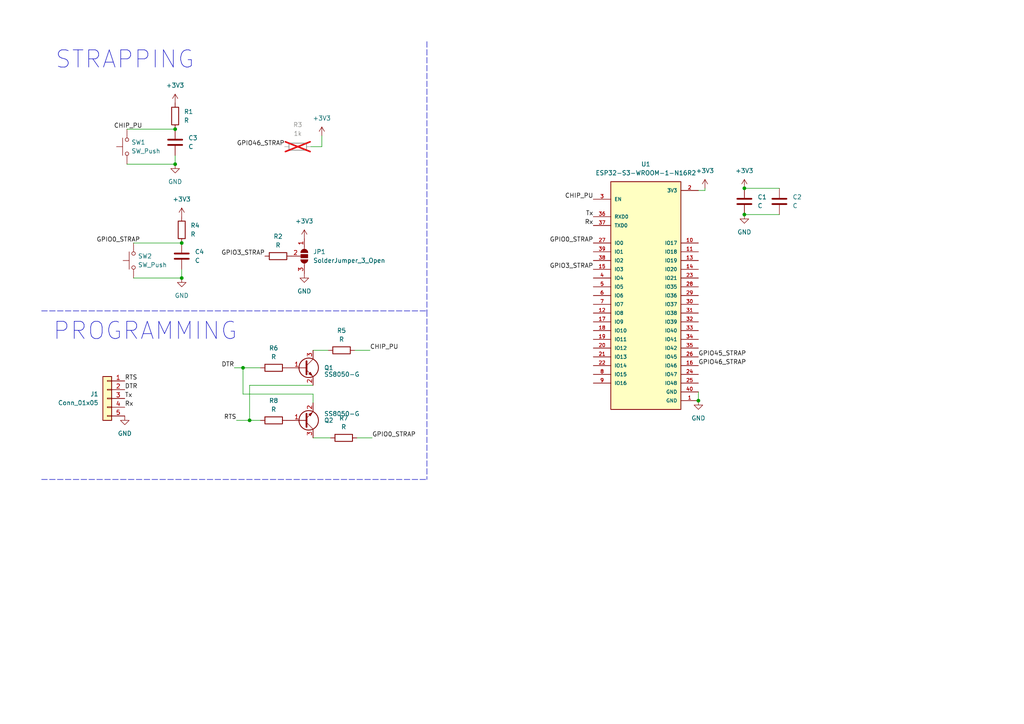
<source format=kicad_sch>
(kicad_sch (version 20230121) (generator eeschema)
  (paper "A4")
  (lib_symbols
    (symbol "Connector_Generic:Conn_01x05" (pin_names (offset 1.016) hide)
      (property "Reference" "J" (at 0 7.62 0))
      (property "Value" "Conn_01x05" (at 0 -7.62 0))
      (symbol "Conn_01x05_1_1"
        (rectangle (start -1.27 -4.953) (end 0 -5.207) (stroke (width 0.1524)))
        (rectangle (start -1.27 -2.413) (end 0 -2.667) (stroke (width 0.1524)))
        (rectangle (start -1.27 0.127) (end 0 -0.127) (stroke (width 0.1524)))
        (rectangle (start -1.27 2.667) (end 0 2.413) (stroke (width 0.1524)))
        (rectangle (start -1.27 5.207) (end 0 4.953) (stroke (width 0.1524)))
        (rectangle (start -1.27 6.35) (end 1.27 -6.35) (stroke (width 0.254)) (fill (type background)))
        (pin passive line (at -5.08 5.08 0) (length 3.81) (name "Pin_1") (number "1"))
        (pin passive line (at -5.08 2.54 0) (length 3.81) (name "Pin_2") (number "2"))
        (pin passive line (at -5.08 0 0) (length 3.81) (name "Pin_3") (number "3"))
        (pin passive line (at -5.08 -2.54 0) (length 3.81) (name "Pin_4") (number "4"))
        (pin passive line (at -5.08 -5.08 0) (length 3.81) (name "Pin_5") (number "5"))
      )
    )
    (symbol "Device:C" (pin_numbers hide) (pin_names (offset 0.254))
      (property "Reference" "C" (at 0.635 2.54 0))
      (property "Value" "C" (at 0.635 -2.54 0))
      (symbol "C_0_1"
        (polyline (pts (xy -2.032 -0.762) (xy 2.032 -0.762)) (stroke (width 0.508)))
        (polyline (pts (xy -2.032 0.762) (xy 2.032 0.762)) (stroke (width 0.508)))
      )
      (symbol "C_1_1"
        (pin passive line (at 0 3.81 270) (length 2.794) (name "~") (number "1"))
        (pin passive line (at 0 -3.81 90) (length 2.794) (name "~") (number "2"))
      )
    )
    (symbol "Device:R" (pin_numbers hide) (pin_names (offset 0))
      (property "Reference" "R" (at 2.032 0 90))
      (property "Value" "R" (at 0 0 90))
      (symbol "R_0_1"
        (rectangle (start -1.016 -2.54) (end 1.016 2.54) (stroke (width 0.254)))
      )
      (symbol "R_1_1"
        (pin passive line (at 0 3.81 270) (length 1.27) (name "~") (number "1"))
        (pin passive line (at 0 -3.81 90) (length 1.27) (name "~") (number "2"))
      )
    )
    (symbol "JargonJolt:ESP32-S3-WROOM-1-N16R2" (pin_names (offset 1.016))
      (property "Reference" "U" (at -10.16 34.1122 0))
      (property "Value" "ESP32-S3-WROOM-1-N16R2" (at -10.16 -35.56 0))
      (symbol "ESP32-S3-WROOM-1-N16R2_0_0"
        (rectangle (start -10.16 -33.02) (end 10.16 33.02) (stroke (width 0.254)) (fill (type background)))
        (pin power_in line (at 15.24 -30.48 180) (length 5.08) (name "GND") (number "1"))
        (pin bidirectional line (at 15.24 15.24 180) (length 5.08) (name "IO17") (number "10"))
        (pin bidirectional line (at 15.24 12.7 180) (length 5.08) (name "IO18") (number "11"))
        (pin bidirectional line (at -15.24 -5.08 0) (length 5.08) (name "IO8") (number "12"))
        (pin bidirectional line (at 15.24 10.16 180) (length 5.08) (name "IO19") (number "13"))
        (pin bidirectional line (at 15.24 7.62 180) (length 5.08) (name "IO20") (number "14"))
        (pin bidirectional line (at -15.24 7.62 0) (length 5.08) (name "IO3") (number "15"))
        (pin bidirectional line (at 15.24 -20.32 180) (length 5.08) (name "IO46") (number "16"))
        (pin bidirectional line (at -15.24 -7.62 0) (length 5.08) (name "IO9") (number "17"))
        (pin bidirectional line (at -15.24 -10.16 0) (length 5.08) (name "IO10") (number "18"))
        (pin bidirectional line (at -15.24 -12.7 0) (length 5.08) (name "IO11") (number "19"))
        (pin power_in line (at 15.24 30.48 180) (length 5.08) (name "3V3") (number "2"))
        (pin bidirectional line (at -15.24 -15.24 0) (length 5.08) (name "IO12") (number "20"))
        (pin bidirectional line (at -15.24 -17.78 0) (length 5.08) (name "IO13") (number "21"))
        (pin bidirectional line (at -15.24 -20.32 0) (length 5.08) (name "IO14") (number "22"))
        (pin bidirectional line (at 15.24 5.08 180) (length 5.08) (name "IO21") (number "23"))
        (pin bidirectional line (at 15.24 -22.86 180) (length 5.08) (name "IO47") (number "24"))
        (pin bidirectional line (at 15.24 -25.4 180) (length 5.08) (name "IO48") (number "25"))
        (pin bidirectional line (at 15.24 -17.78 180) (length 5.08) (name "IO45") (number "26"))
        (pin bidirectional line (at -15.24 15.24 0) (length 5.08) (name "IO0") (number "27"))
        (pin bidirectional line (at 15.24 2.54 180) (length 5.08) (name "IO35") (number "28"))
        (pin bidirectional line (at 15.24 0 180) (length 5.08) (name "IO36") (number "29"))
        (pin input line (at -15.24 27.94 0) (length 5.08) (name "EN") (number "3"))
        (pin bidirectional line (at 15.24 -2.54 180) (length 5.08) (name "IO37") (number "30"))
        (pin bidirectional line (at 15.24 -5.08 180) (length 5.08) (name "IO38") (number "31"))
        (pin bidirectional line (at 15.24 -7.62 180) (length 5.08) (name "IO39") (number "32"))
        (pin bidirectional line (at 15.24 -10.16 180) (length 5.08) (name "IO40") (number "33"))
        (pin bidirectional line (at 15.24 -12.7 180) (length 5.08) (name "IO41") (number "34"))
        (pin bidirectional line (at 15.24 -15.24 180) (length 5.08) (name "IO42") (number "35"))
        (pin bidirectional line (at -15.24 22.86 0) (length 5.08) (name "RXD0") (number "36"))
        (pin bidirectional line (at -15.24 20.32 0) (length 5.08) (name "TXD0") (number "37"))
        (pin bidirectional line (at -15.24 10.16 0) (length 5.08) (name "IO2") (number "38"))
        (pin bidirectional line (at -15.24 12.7 0) (length 5.08) (name "IO1") (number "39"))
        (pin bidirectional line (at -15.24 5.08 0) (length 5.08) (name "IO4") (number "4"))
        (pin power_in line (at 15.24 -27.94 180) (length 5.08) (name "GND") (number "40"))
        (pin bidirectional line (at -15.24 2.54 0) (length 5.08) (name "IO5") (number "5"))
        (pin bidirectional line (at -15.24 0 0) (length 5.08) (name "IO6") (number "6"))
        (pin bidirectional line (at -15.24 -2.54 0) (length 5.08) (name "IO7") (number "7"))
        (pin bidirectional line (at -15.24 -22.86 0) (length 5.08) (name "IO15") (number "8"))
        (pin bidirectional line (at -15.24 -25.4 0) (length 5.08) (name "IO16") (number "9"))
      )
    )
    (symbol "Jumper:SolderJumper_3_Open" (pin_names (offset 0) hide)
      (property "Reference" "JP" (at -2.54 -2.54 0))
      (property "Value" "SolderJumper_3_Open" (at 0 2.794 0))
      (symbol "SolderJumper_3_Open_0_1"
        (arc (start -1.016 1.016) (mid -2.0276 0) (end -1.016 -1.016))
        (arc (start -1.016 1.016) (mid -2.0276 0) (end -1.016 -1.016) (fill (type outline)))
        (rectangle (start -0.508 1.016) (end 0.508 -1.016) (fill (type outline)))
        (polyline (pts (xy -2.54 0) (xy -2.032 0)))
        (polyline (pts (xy -1.016 1.016) (xy -1.016 -1.016)))
        (polyline (pts (xy 0 -1.27) (xy 0 -1.016)))
        (polyline (pts (xy 1.016 1.016) (xy 1.016 -1.016)))
        (polyline (pts (xy 2.54 0) (xy 2.032 0)))
        (arc (start 1.016 -1.016) (mid 2.0276 0) (end 1.016 1.016))
        (arc (start 1.016 -1.016) (mid 2.0276 0) (end 1.016 1.016) (fill (type outline)))
      )
      (symbol "SolderJumper_3_Open_1_1"
        (pin passive line (at -5.08 0 0) (length 2.54) (name "A") (number "1"))
        (pin passive line (at 0 -3.81 90) (length 2.54) (name "C") (number "2"))
        (pin passive line (at 5.08 0 180) (length 2.54) (name "B") (number "3"))
      )
    )
    (symbol "Switch:SW_Push" (pin_numbers hide) (pin_names (offset 1.016) hide)
      (property "Reference" "SW" (at 1.27 2.54 0))
      (property "Value" "SW_Push" (at 0 -1.524 0))
      (symbol "SW_Push_0_1"
        (circle (center -2.032 0) (radius 0.508))
        (polyline (pts (xy 0 1.27) (xy 0 3.048)))
        (polyline (pts (xy 2.54 1.27) (xy -2.54 1.27)))
        (circle (center 2.032 0) (radius 0.508))
        (pin passive line (at -5.08 0 0) (length 2.54) (name "1") (number "1"))
        (pin passive line (at 5.08 0 180) (length 2.54) (name "2") (number "2"))
      )
    )
    (symbol "Transistor_BJT:2N3055" (pin_names (offset 0) hide)
      (property "Reference" "Q" (at 5.08 1.905 0))
      (property "Value" "2N3055" (at 5.08 0 0))
      (symbol "2N3055_0_1"
        (polyline (pts (xy 0.635 0.635) (xy 2.54 2.54)))
        (polyline (pts (xy 0.635 -0.635) (xy 2.54 -2.54) (xy 2.54 -2.54)))
        (polyline (pts (xy 0.635 1.905) (xy 0.635 -1.905) (xy 0.635 -1.905)) (stroke (width 0.508)))
        (polyline (pts (xy 1.27 -1.778) (xy 1.778 -1.27) (xy 2.286 -2.286) (xy 1.27 -1.778) (xy 1.27 -1.778)) (fill (type outline)))
        (circle (center 1.27 0) (radius 2.8194) (stroke (width 0.254)))
      )
      (symbol "2N3055_1_1"
        (pin input line (at -5.08 0 0) (length 5.715) (name "B") (number "1"))
        (pin passive line (at 2.54 -5.08 90) (length 2.54) (name "E") (number "2"))
        (pin passive line (at 2.54 5.08 270) (length 2.54) (name "C") (number "3"))
      )
    )
    (symbol "power:+3V3" (power) (pin_names (offset 0))
      (property "Value" "+3V3" (at 0 3.556 0))
      (symbol "+3V3_0_1"
        (polyline (pts (xy -0.762 1.27) (xy 0 2.54)))
        (polyline (pts (xy 0 0) (xy 0 2.54)))
        (polyline (pts (xy 0 2.54) (xy 0.762 1.27)))
      )
      (symbol "+3V3_1_1"
        (pin power_in line (at 0 0 90) (length 0) hide (name "+3V3") (number "1"))
      )
    )
    (symbol "power:GND" (power) (pin_names (offset 0))
      (property "Value" "GND" (at 0 -3.81 0))
      (symbol "GND_0_1"
        (polyline (pts (xy 0 0) (xy 0 -1.27) (xy 1.27 -1.27) (xy 0 -2.54) (xy -1.27 -1.27) (xy 0 -1.27)))
      )
      (symbol "GND_1_1"
        (pin power_in line (at 0 0 270) (length 0) hide (name "GND") (number "1"))
      )
    )
  )
  (junction (at 215.9 54.61))
  (junction (at 202.565 116.205))
  (junction (at 52.705 80.645))
  (junction (at 70.485 106.68))
  (junction (at 50.8 47.625))
  (junction (at 52.705 70.485))
  (junction (at 215.9 62.23))
  (junction (at 50.8 37.465))
  (junction (at 72.39 121.92))
  (wire (pts (xy 72.39 121.92) (xy 75.565 121.92)))
  (wire (pts (xy 95.885 127) (xy 90.805 127)))
  (wire (pts (xy 70.485 106.68) (xy 75.565 106.68)))
  (polyline (pts (xy 12.065 139.065) (xy 123.825 139.065)) (stroke (width 0) (type dash)))
  (wire (pts (xy 90.805 111.76) (xy 72.39 111.76)))
  (wire (pts (xy 204.47 54.61) (xy 204.47 55.245)))
  (wire (pts (xy 36.83 47.625) (xy 50.8 47.625)))
  (wire (pts (xy 90.805 116.84) (xy 90.805 114.3)))
  (polyline (pts (xy 12.065 90.17) (xy 123.825 90.17)) (stroke (width 0) (type dash)))
  (wire (pts (xy 67.945 106.68) (xy 70.485 106.68)))
  (wire (pts (xy 68.58 121.92) (xy 72.39 121.92)))
  (polyline (pts (xy 123.825 12.065) (xy 123.825 90.17)) (stroke (width 0) (type dash)))
  (wire (pts (xy 70.485 114.3) (xy 70.485 106.68)))
  (wire (pts (xy 90.17 42.545) (xy 93.345 42.545)))
  (wire (pts (xy 95.25 101.6) (xy 90.805 101.6)))
  (wire (pts (xy 36.83 37.465) (xy 50.8 37.465)))
  (wire (pts (xy 38.735 80.645) (xy 52.705 80.645)))
  (wire (pts (xy 72.39 111.76) (xy 72.39 121.92)))
  (wire (pts (xy 204.47 55.245) (xy 202.565 55.245)))
  (wire (pts (xy 202.565 113.665) (xy 202.565 116.205)))
  (wire (pts (xy 107.95 127) (xy 103.505 127)))
  (wire (pts (xy 102.87 101.6) (xy 107.315 101.6)))
  (wire (pts (xy 90.805 114.3) (xy 70.485 114.3)))
  (wire (pts (xy 52.705 80.645) (xy 52.705 78.105)))
  (polyline (pts (xy 123.825 90.17) (xy 123.825 139.065)) (stroke (width 0) (type dash)))
  (wire (pts (xy 50.8 47.625) (xy 50.8 45.085)))
  (wire (pts (xy 93.345 42.545) (xy 93.345 39.37)))
  (wire (pts (xy 215.9 54.61) (xy 226.06 54.61)))
  (wire (pts (xy 38.735 70.485) (xy 52.705 70.485)))
  (wire (pts (xy 215.9 62.23) (xy 226.06 62.23)))
  (text "PROGRAMMING" (at 15.24 99.06 0) (effects (font (size 5 5)) (justify left bottom)))
  (text "STRAPPING\n" (at 15.875 20.32 0) (effects (font (size 5 5)) (justify left bottom)))
  (label "GPIO0_STRAP" (at 107.95 127 0))
  (label "GPIO0_STRAP" (at 40.64 70.485 180))
  (label "CHIP_PU" (at 172.085 57.785 180))
  (label "RTS" (at 36.195 110.49 0))
  (label "Tx" (at 36.195 115.57 0))
  (label "CHIP_PU" (at 107.315 101.6 0))
  (label "GPIO46_STRAP" (at 202.565 106.045 0))
  (label "DTR" (at 67.945 106.68 180))
  (label "RTS" (at 68.58 121.92 180))
  (label "GPIO0_STRAP" (at 172.085 70.485 180))
  (label "GPIO3_STRAP" (at 76.835 74.295 180))
  (label "Tx" (at 172.085 62.865 180))
  (label "GPIO46_STRAP" (at 82.55 42.545 180))
  (label "GPIO45_STRAP" (at 202.565 103.505 0))
  (label "DTR" (at 36.195 113.03 0))
  (label "Rx" (at 36.195 118.11 0))
  (label "CHIP_PU" (at 41.275 37.465 180))
  (label "Rx" (at 172.085 65.405 180))
  (label "GPIO3_STRAP" (at 172.085 78.105 180))
  (symbol (lib_id "Device:R") (at 86.36 42.545 270) (unit 1) (in_bom no) (dnp yes)
    (property "Reference" "R3" (at 86.36 36.195 90))
    (property "Value" "1k" (at 86.36 38.735 90))
    (property "Footprint" "Resistor_SMD:R_0805_2012Metric" (effects hide))
  )
  (symbol (lib_id "Switch:SW_Push") (at 36.83 42.545 90) (unit 1)
    (property "Reference" "SW1" (at 38.1 41.275 90) (effects (justify right)))
    (property "Value" "SW_Push" (at 38.1 43.815 90) (effects (justify right)))
  )
  (symbol (lib_id "Device:R") (at 79.375 121.92 270) (unit 1)
    (property "Reference" "R8" (at 79.375 116.205 90))
    (property "Value" "R" (at 79.375 118.745 90))
    (property "Footprint" "Resistor_SMD:R_0805_2012Metric" (effects hide))
  )
  (symbol (lib_id "Transistor_BJT:2N3055") (at 88.265 121.92 0) (mirror x) (unit 1)
    (property "Reference" "Q2" (at 93.98 121.92 0) (effects (justify left)))
    (property "Value" "SS8050-G" (at 93.98 120.015 0) (effects (justify left)))
    (property "Footprint" "Package_TO_SOT_SMD:SOT-23" (effects hide))
    (property "Datasheet" "https://www.comchiptech.com/admin/files/product/SS8050-G%20RevA181526.pdf" (effects hide))
  )
  (symbol (lib_id "power:GND") (at 50.8 47.625 0) (unit 1)
    (property "Reference" "#PWR06" (effects hide))
    (property "Value" "GND" (at 50.8 52.705 0))
  )
  (symbol (lib_id "Device:R") (at 99.695 127 270) (unit 1)
    (property "Reference" "R7" (at 99.695 121.285 90))
    (property "Value" "R" (at 99.695 123.825 90))
    (property "Footprint" "Resistor_SMD:R_0805_2012Metric" (effects hide))
  )
  (symbol (lib_id "Jumper:SolderJumper_3_Open") (at 88.265 74.295 270) (unit 1)
    (property "Reference" "JP1" (at 90.805 73.025 90) (effects (justify left)))
    (property "Value" "SolderJumper_3_Open" (at 90.805 75.565 90) (effects (justify left)))
  )
  (symbol (lib_id "Device:R") (at 50.8 33.655 0) (unit 1)
    (property "Reference" "R1" (at 53.34 32.385 0) (effects (justify left)))
    (property "Value" "R" (at 53.34 34.925 0) (effects (justify left)))
    (property "Footprint" "Resistor_SMD:R_0805_2012Metric" (effects hide))
  )
  (symbol (lib_id "power:+3V3") (at 204.47 54.61 0) (unit 1)
    (property "Reference" "#PWR02" (effects hide))
    (property "Value" "+3V3" (at 204.47 49.53 0))
  )
  (symbol (lib_id "power:GND") (at 52.705 80.645 0) (unit 1)
    (property "Reference" "#PWR011" (effects hide))
    (property "Value" "GND" (at 52.705 85.725 0))
  )
  (symbol (lib_id "Device:R") (at 52.705 66.675 0) (unit 1)
    (property "Reference" "R4" (at 55.245 65.405 0) (effects (justify left)))
    (property "Value" "R" (at 55.245 67.945 0) (effects (justify left)))
    (property "Footprint" "Resistor_SMD:R_0805_2012Metric" (effects hide))
  )
  (symbol (lib_id "Device:R") (at 79.375 106.68 270) (unit 1)
    (property "Reference" "R6" (at 79.375 100.965 90))
    (property "Value" "R" (at 79.375 103.505 90))
    (property "Footprint" "Resistor_SMD:R_0805_2012Metric" (effects hide))
  )
  (symbol (lib_id "Device:C") (at 226.06 58.42 0) (unit 1)
    (property "Reference" "C2" (at 229.87 57.15 0) (effects (justify left)))
    (property "Value" "C" (at 229.87 59.69 0) (effects (justify left)))
    (property "Footprint" "Capacitor_SMD:C_0805_2012Metric" (effects hide))
  )
  (symbol (lib_id "power:+3V3") (at 50.8 29.845 0) (unit 1)
    (property "Reference" "#PWR05" (effects hide))
    (property "Value" "+3V3" (at 50.8 24.765 0))
  )
  (symbol (lib_id "power:GND") (at 88.265 79.375 0) (unit 1)
    (property "Reference" "#PWR08" (effects hide))
    (property "Value" "GND" (at 88.265 84.455 0))
  )
  (symbol (lib_id "Device:R") (at 99.06 101.6 270) (unit 1)
    (property "Reference" "R5" (at 99.06 95.885 90))
    (property "Value" "R" (at 99.06 98.425 90))
    (property "Footprint" "Resistor_SMD:R_0805_2012Metric" (effects hide))
  )
  (symbol (lib_id "power:+3V3") (at 215.9 54.61 0) (unit 1)
    (property "Reference" "#PWR03" (effects hide))
    (property "Value" "+3V3" (at 215.9 49.53 0))
  )
  (symbol (lib_id "power:+3V3") (at 52.705 62.865 0) (unit 1)
    (property "Reference" "#PWR010" (effects hide))
    (property "Value" "+3V3" (at 52.705 57.785 0))
  )
  (symbol (lib_id "power:+3V3") (at 88.265 69.215 0) (unit 1)
    (property "Reference" "#PWR07" (effects hide))
    (property "Value" "+3V3" (at 88.265 64.135 0))
  )
  (symbol (lib_id "Device:C") (at 52.705 74.295 0) (unit 1)
    (property "Reference" "C4" (at 56.515 73.025 0) (effects (justify left)))
    (property "Value" "C" (at 56.515 75.565 0) (effects (justify left)))
    (property "Footprint" "Capacitor_SMD:C_0805_2012Metric" (effects hide))
  )
  (symbol (lib_id "power:+3V3") (at 93.345 39.37 0) (unit 1)
    (property "Reference" "#PWR09" (effects hide))
    (property "Value" "+3V3" (at 93.345 34.29 0))
  )
  (symbol (lib_id "Device:C") (at 215.9 58.42 0) (unit 1)
    (property "Reference" "C1" (at 219.71 57.15 0) (effects (justify left)))
    (property "Value" "C" (at 219.71 59.69 0) (effects (justify left)))
    (property "Footprint" "Capacitor_SMD:C_0805_2012Metric" (effects hide))
  )
  (symbol (lib_id "power:GND") (at 36.195 120.65 0) (unit 1)
    (property "Reference" "#PWR012" (effects hide))
    (property "Value" "GND" (at 36.195 125.73 0))
  )
  (symbol (lib_id "Device:R") (at 80.645 74.295 270) (unit 1)
    (property "Reference" "R2" (at 80.645 68.58 90))
    (property "Value" "R" (at 80.645 71.12 90))
    (property "Footprint" "Resistor_SMD:R_0805_2012Metric" (effects hide))
  )
  (symbol (lib_id "Device:C") (at 50.8 41.275 0) (unit 1)
    (property "Reference" "C3" (at 54.61 40.005 0) (effects (justify left)))
    (property "Value" "C" (at 54.61 42.545 0) (effects (justify left)))
    (property "Footprint" "Capacitor_SMD:C_0805_2012Metric" (effects hide))
  )
  (symbol (lib_id "Transistor_BJT:2N3055") (at 88.265 106.68 0) (unit 1)
    (property "Reference" "Q1" (at 93.98 106.68 0) (effects (justify left)))
    (property "Value" "SS8050-G" (at 93.98 108.585 0) (effects (justify left)))
    (property "Footprint" "Package_TO_SOT_SMD:SOT-23" (effects hide))
    (property "Datasheet" "https://www.comchiptech.com/admin/files/product/SS8050-G%20RevA181526.pdf" (effects hide))
  )
  (symbol (lib_id "Switch:SW_Push") (at 38.735 75.565 90) (unit 1)
    (property "Reference" "SW2" (at 40.005 74.295 90) (effects (justify right)))
    (property "Value" "SW_Push" (at 40.005 76.835 90) (effects (justify right)))
  )
  (symbol (lib_id "power:GND") (at 202.565 116.205 0) (unit 1)
    (property "Reference" "#PWR01" (effects hide))
    (property "Value" "GND" (at 202.565 121.285 0))
  )
  (symbol (lib_id "JargonJolt:ESP32-S3-WROOM-1-N16R2") (at 187.325 85.725 0) (unit 1)
    (property "Reference" "U1" (at 187.325 47.625 0))
    (property "Value" "ESP32-S3-WROOM-1-N16R2" (at 187.325 50.165 0))
    (property "Footprint" "Espressif:ESP32-S3-WROOM-1" (effects hide))
    (property "MF" "Espressif Systems" (effects hide))
    (property "MAXIMUM_PACKAGE_HEIGHT" "3.25mm" (effects hide))
    (property "Package" "NON STANDARD Espressif Systems" (effects hide))
    (property "Price" "None" (effects hide))
    (property "Check_prices" "https://www.snapeda.com/parts/ESP32S3WROOM1N16R2/Espressif+Systems/view-part/?ref=eda" (effects hide))
    (property "STANDARD" "Manufacturer Recommendations" (effects hide))
    (property "PARTREV" "v1.0" (effects hide))
    (property "SnapEDA_Link" "https://www.snapeda.com/parts/ESP32S3WROOM1N16R2/Espressif+Systems/view-part/?ref=snap" (effects hide))
    (property "MP" "ESP32S3WROOM1N16R2" (effects hide))
    (property "Purchase-URL" "https://www.snapeda.com/api/url_track_click_mouser/?unipart_id=10874217&manufacturer=Espressif Systems&part_name=ESP32S3WROOM1N16R2&search_term=esp32-s3-wroom-1-n16" (effects hide))
    (property "Description" "\nBluetooth, WiFi 802.11b/g/n, Bluetooth v5.0 Transceiver Module 2.4GHz PCB Trace Surface Mount\n" (effects hide))
    (property "Availability" "In Stock" (effects hide))
    (property "MANUFACTURER" "Espressif" (effects hide))
  )
  (symbol (lib_id "Connector_Generic:Conn_01x05") (at 31.115 115.57 0) (mirror y) (unit 1)
    (property "Reference" "J1" (at 28.575 114.3 0) (effects (justify left)))
    (property "Value" "Conn_01x05" (at 28.575 116.84 0) (effects (justify left)))
  )
  (symbol (lib_id "power:GND") (at 215.9 62.23 0) (unit 1)
    (property "Reference" "#PWR04" (effects hide))
    (property "Value" "GND" (at 215.9 67.31 0))
  )
)
</source>
